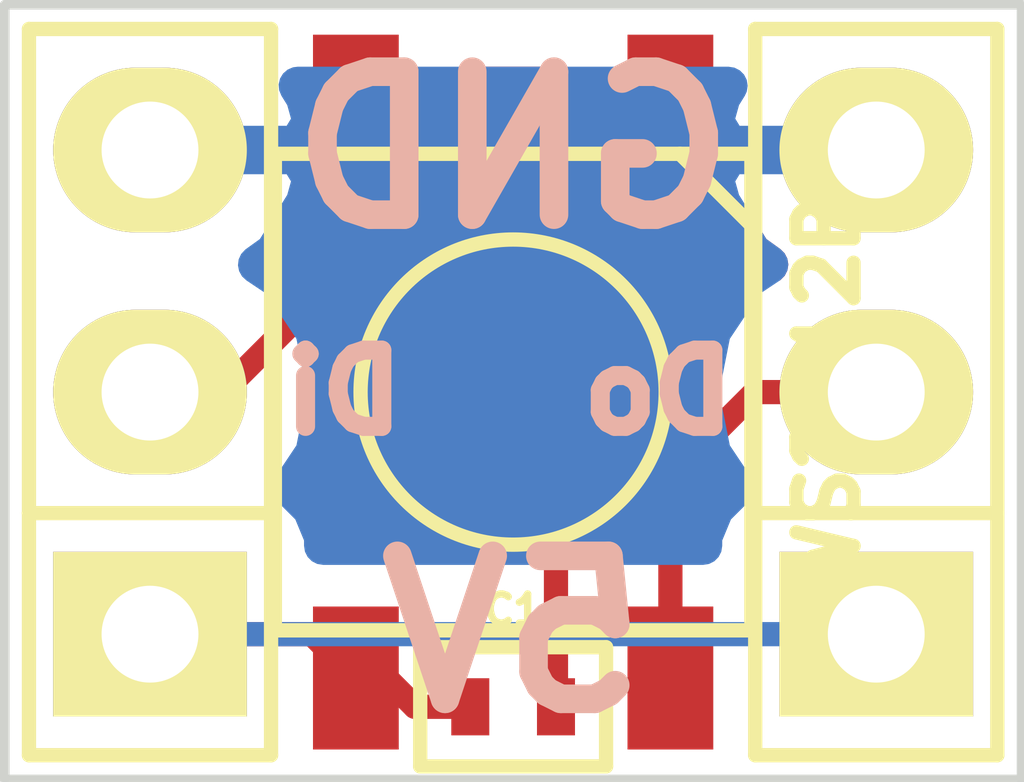
<source format=kicad_pcb>
(kicad_pcb (version 3) (host pcbnew "(2014-03-19 BZR 4756)-product")

  (general
    (links 8)
    (no_connects 0)
    (area 0 0 0 0)
    (thickness 1.6)
    (drawings 10)
    (tracks 20)
    (zones 0)
    (modules 4)
    (nets 5)
  )

  (page A4)
  (layers
    (15 F.Cu signal)
    (0 B.Cu signal)
    (16 B.Adhes user)
    (17 F.Adhes user)
    (18 B.Paste user)
    (19 F.Paste user)
    (20 B.SilkS user)
    (21 F.SilkS user)
    (22 B.Mask user)
    (23 F.Mask user)
    (24 Dwgs.User user)
    (25 Cmts.User user)
    (26 Eco1.User user)
    (27 Eco2.User user)
    (28 Edge.Cuts user)
  )

  (setup
    (last_trace_width 0.254)
    (trace_clearance 0.254)
    (zone_clearance 0.6)
    (zone_45_only no)
    (trace_min 0.254)
    (segment_width 0.2)
    (edge_width 0.1)
    (via_size 0.889)
    (via_drill 0.635)
    (via_min_size 0.889)
    (via_min_drill 0.508)
    (uvia_size 0.508)
    (uvia_drill 0.127)
    (uvias_allowed no)
    (uvia_min_size 0.508)
    (uvia_min_drill 0.127)
    (pcb_text_width 0.3)
    (pcb_text_size 1.5 1.5)
    (mod_edge_width 0.15)
    (mod_text_size 1 1)
    (mod_text_width 0.15)
    (pad_size 1.5 0.9)
    (pad_drill 0)
    (pad_to_mask_clearance 0)
    (aux_axis_origin 0 0)
    (visible_elements FFFFFF7F)
    (pcbplotparams
      (layerselection 3178497)
      (usegerberextensions true)
      (excludeedgelayer true)
      (linewidth 0.150000)
      (plotframeref false)
      (viasonmask false)
      (mode 1)
      (useauxorigin false)
      (hpglpennumber 1)
      (hpglpenspeed 20)
      (hpglpendiameter 15)
      (hpglpenoverlay 2)
      (psnegative false)
      (psa4output false)
      (plotreference true)
      (plotvalue true)
      (plotothertext true)
      (plotinvisibletext false)
      (padsonsilk false)
      (subtractmaskfromsilk false)
      (outputformat 1)
      (mirror false)
      (drillshape 1)
      (scaleselection 1)
      (outputdirectory ""))
  )

  (net 0 "")
  (net 1 +5V)
  (net 2 GND)
  (net 3 /Di)
  (net 4 /Do)

  (net_class Default "This is the default net class."
    (clearance 0.254)
    (trace_width 0.254)
    (via_dia 0.889)
    (via_drill 0.635)
    (uvia_dia 0.508)
    (uvia_drill 0.127)
    (add_net +5V)
    (add_net /Di)
    (add_net /Do)
    (add_net GND)
  )

  (module 10to7_sm_standard:SM0402 (layer F.Cu) (tedit 544C288A) (tstamp 544C2C54)
    (at 140.97 104.902)
    (path /544C1A4C)
    (attr smd)
    (fp_text reference C1 (at 0 -1.016) (layer F.SilkS)
      (effects (font (size 0.3048 0.3048) (thickness 0.0762)))
    )
    (fp_text value 0.1uF (at 0 -0.9) (layer F.SilkS) hide
      (effects (font (size 0.3048 0.3048) (thickness 0.0762)))
    )
    (fp_line (start -0.975 0.625) (end 0.975 0.625) (layer F.SilkS) (width 0.15))
    (fp_line (start 0.975 0.625) (end 0.975 -0.625) (layer F.SilkS) (width 0.15))
    (fp_line (start 0.975 -0.625) (end -0.975 -0.625) (layer F.SilkS) (width 0.15))
    (fp_line (start -0.975 -0.625) (end -0.975 0.625) (layer F.SilkS) (width 0.15))
    (pad 1 smd rect (at -0.44958 0) (size 0.39878 0.59944) (layers F.Cu F.Paste F.Mask)
      (net 1 +5V))
    (pad 2 smd rect (at 0.44958 0) (size 0.39878 0.59944) (layers F.Cu F.Paste F.Mask)
      (net 2 GND))
    (model smd\chip_cms.wrl
      (at (xyz 0 0 0.002))
      (scale (xyz 0.05 0.05 0.05))
      (rotate (xyz 0 0 0))
    )
  )

  (module Pin_Headers:Pin_Header_Straight_1x03 (layer F.Cu) (tedit 544C2623) (tstamp 544C2C62)
    (at 137.16 101.6 90)
    (descr "Through hole pin header")
    (tags "pin header")
    (path /544C1B92)
    (fp_text reference K1 (at 0 -2.286 90) (layer F.SilkS) hide
      (effects (font (size 1.27 1.27) (thickness 0.2032)))
    )
    (fp_text value CONN_3 (at 0 0 90) (layer F.SilkS) hide
      (effects (font (size 1.27 1.27) (thickness 0.2032)))
    )
    (fp_line (start -1.27 1.27) (end 3.81 1.27) (layer F.SilkS) (width 0.15))
    (fp_line (start 3.81 1.27) (end 3.81 -1.27) (layer F.SilkS) (width 0.15))
    (fp_line (start 3.81 -1.27) (end -1.27 -1.27) (layer F.SilkS) (width 0.15))
    (fp_line (start -3.81 -1.27) (end -1.27 -1.27) (layer F.SilkS) (width 0.15))
    (fp_line (start -1.27 -1.27) (end -1.27 1.27) (layer F.SilkS) (width 0.15))
    (fp_line (start -3.81 -1.27) (end -3.81 1.27) (layer F.SilkS) (width 0.15))
    (fp_line (start -3.81 1.27) (end -1.27 1.27) (layer F.SilkS) (width 0.15))
    (pad 1 thru_hole rect (at -2.54 0 90) (size 1.7272 2.032) (drill 1.016) (layers *.Cu *.Mask F.SilkS)
      (net 1 +5V))
    (pad 2 thru_hole oval (at 0 0 90) (size 1.7272 2.032) (drill 1.016) (layers *.Cu *.Mask F.SilkS)
      (net 3 /Di))
    (pad 3 thru_hole oval (at 2.54 0 90) (size 1.7272 2.032) (drill 1.016) (layers *.Cu *.Mask F.SilkS)
      (net 2 GND))
    (model Pin_Headers/Pin_Header_Straight_1x03.wrl
      (at (xyz 0 0 0))
      (scale (xyz 1 1 1))
      (rotate (xyz 0 0 0))
    )
  )

  (module Pin_Headers:Pin_Header_Straight_1x03 (layer F.Cu) (tedit 544C262B) (tstamp 544C2C70)
    (at 144.78 101.6 90)
    (descr "Through hole pin header")
    (tags "pin header")
    (path /544C1BA6)
    (fp_text reference K2 (at 0 -2.286 90) (layer F.SilkS) hide
      (effects (font (size 1.27 1.27) (thickness 0.2032)))
    )
    (fp_text value CONN_3 (at 0 0 90) (layer F.SilkS) hide
      (effects (font (size 1.27 1.27) (thickness 0.2032)))
    )
    (fp_line (start -1.27 1.27) (end 3.81 1.27) (layer F.SilkS) (width 0.15))
    (fp_line (start 3.81 1.27) (end 3.81 -1.27) (layer F.SilkS) (width 0.15))
    (fp_line (start 3.81 -1.27) (end -1.27 -1.27) (layer F.SilkS) (width 0.15))
    (fp_line (start -3.81 -1.27) (end -1.27 -1.27) (layer F.SilkS) (width 0.15))
    (fp_line (start -1.27 -1.27) (end -1.27 1.27) (layer F.SilkS) (width 0.15))
    (fp_line (start -3.81 -1.27) (end -3.81 1.27) (layer F.SilkS) (width 0.15))
    (fp_line (start -3.81 1.27) (end -1.27 1.27) (layer F.SilkS) (width 0.15))
    (pad 1 thru_hole rect (at -2.54 0 90) (size 1.7272 2.032) (drill 1.016) (layers *.Cu *.Mask F.SilkS)
      (net 1 +5V))
    (pad 2 thru_hole oval (at 0 0 90) (size 1.7272 2.032) (drill 1.016) (layers *.Cu *.Mask F.SilkS)
      (net 4 /Do))
    (pad 3 thru_hole oval (at 2.54 0 90) (size 1.7272 2.032) (drill 1.016) (layers *.Cu *.Mask F.SilkS)
      (net 2 GND))
    (model Pin_Headers/Pin_Header_Straight_1x03.wrl
      (at (xyz 0 0 0))
      (scale (xyz 1 1 1))
      (rotate (xyz 0 0 0))
    )
  )

  (module 10to7_sm_standard:SM5050_4pin (layer F.Cu) (tedit 544C265E) (tstamp 544C2C7E)
    (at 140.97 101.6 90)
    (path /544C1A10)
    (fp_text reference U1 (at 0 -3.75 90) (layer F.SilkS) hide
      (effects (font (size 1 1) (thickness 0.15)))
    )
    (fp_text value WS2812B (at 0 3.302 90) (layer F.SilkS)
      (effects (font (size 0.6 0.6) (thickness 0.15)))
    )
    (fp_circle (center 0 0) (end 1 -1.25) (layer F.SilkS) (width 0.15))
    (fp_line (start 1.75 2.5) (end 2.5 1.75) (layer F.SilkS) (width 0.15))
    (fp_line (start -2.5 -2.5) (end 2.5 -2.5) (layer F.SilkS) (width 0.15))
    (fp_line (start 2.5 -2.5) (end 2.5 2.5) (layer F.SilkS) (width 0.15))
    (fp_line (start 2.5 2.5) (end -2.5 2.5) (layer F.SilkS) (width 0.15))
    (fp_line (start -2.5 2.5) (end -2.5 -2.5) (layer F.SilkS) (width 0.15))
    (pad 1 smd rect (at -3 -1.65 90) (size 1.5 0.9) (layers F.Cu F.Paste F.Mask)
      (net 1 +5V))
    (pad 2 smd rect (at -3 1.65 90) (size 1.5 0.9) (layers F.Cu F.Paste F.Mask)
      (net 4 /Do))
    (pad 3 smd rect (at 3 1.65 90) (size 1.5 0.9) (layers F.Cu F.Paste F.Mask)
      (net 2 GND))
    (pad 4 smd rect (at 3 -1.65 90) (size 1.5 0.9) (layers F.Cu F.Paste F.Mask)
      (net 3 /Di))
  )

  (gr_text 10to7.com (at 140.97 101.6) (layer F.Mask)
    (effects (font (size 0.5 0.5) (thickness 0.125)))
  )
  (gr_text 10to7.com (at 140.97 101.6) (layer F.Cu)
    (effects (font (size 0.5 0.5) (thickness 0.125)))
  )
  (gr_text Do (at 142.494 101.6) (layer B.SilkS)
    (effects (font (size 0.8 0.8) (thickness 0.2)) (justify mirror))
  )
  (gr_text Di (at 139.192 101.6) (layer B.SilkS)
    (effects (font (size 0.8 0.8) (thickness 0.2)) (justify mirror))
  )
  (gr_text GND (at 140.97 99.06) (layer B.SilkS)
    (effects (font (size 1.5 1.5) (thickness 0.3)) (justify mirror))
  )
  (gr_text 5V (at 140.97 104.14) (layer B.SilkS)
    (effects (font (size 1.5 1.5) (thickness 0.3)) (justify mirror))
  )
  (gr_line (start 135.636 105.664) (end 135.636 97.536) (angle 90) (layer Edge.Cuts) (width 0.1))
  (gr_line (start 146.304 105.664) (end 135.636 105.664) (angle 90) (layer Edge.Cuts) (width 0.1))
  (gr_line (start 146.304 97.536) (end 146.304 105.664) (angle 90) (layer Edge.Cuts) (width 0.1))
  (gr_line (start 135.636 97.536) (end 146.304 97.536) (angle 90) (layer Edge.Cuts) (width 0.1))

  (segment (start 137.16 104.14) (end 138.86 104.14) (width 0.254) (layer F.Cu) (net 1))
  (segment (start 138.86 104.14) (end 139.32 104.6) (width 0.254) (layer F.Cu) (net 1) (tstamp 544C2E2A))
  (segment (start 139.6377 104.6) (end 139.9397 104.902) (width 0.254) (layer F.Cu) (net 1))
  (segment (start 139.32 104.6) (end 139.6377 104.6) (width 0.254) (layer F.Cu) (net 1))
  (segment (start 140.5204 104.902) (end 139.9397 104.902) (width 0.254) (layer F.Cu) (net 1))
  (segment (start 144.78 104.14) (end 137.16 104.14) (width 0.254) (layer B.Cu) (net 1))
  (segment (start 144.78 99.06) (end 143.3827 99.06) (width 0.254) (layer F.Cu) (net 2))
  (segment (start 142.62 98.6) (end 142.62 99.1656) (width 0.254) (layer F.Cu) (net 2))
  (segment (start 143.2769 99.1658) (end 143.3827 99.06) (width 0.254) (layer F.Cu) (net 2))
  (segment (start 142.6202 99.1658) (end 143.2769 99.1658) (width 0.254) (layer F.Cu) (net 2))
  (segment (start 142.62 99.1656) (end 142.6202 99.1658) (width 0.254) (layer F.Cu) (net 2))
  (segment (start 141.4196 100.3664) (end 141.4196 104.902) (width 0.254) (layer F.Cu) (net 2))
  (segment (start 142.6202 99.1658) (end 141.4196 100.3664) (width 0.254) (layer F.Cu) (net 2))
  (segment (start 137.16 99.06) (end 144.78 99.06) (width 0.254) (layer B.Cu) (net 2))
  (segment (start 137.16 101.6) (end 137.922 101.6) (width 0.254) (layer F.Cu) (net 3))
  (segment (start 137.922 101.6) (end 139.32 100.202) (width 0.254) (layer F.Cu) (net 3) (tstamp 544C2E2D))
  (segment (start 139.32 100.202) (end 139.32 98.6) (width 0.254) (layer F.Cu) (net 3) (tstamp 544C2E2E))
  (segment (start 142.62 104.6) (end 142.62 102.49) (width 0.254) (layer F.Cu) (net 4))
  (segment (start 143.51 101.6) (end 144.78 101.6) (width 0.254) (layer F.Cu) (net 4) (tstamp 544C2E33))
  (segment (start 142.62 102.49) (end 143.51 101.6) (width 0.254) (layer F.Cu) (net 4) (tstamp 544C2E32))

  (zone (net 2) (net_name GND) (layer F.Cu) (tstamp 544C2E26) (hatch edge 0.508)
    (connect_pads (clearance 0.6))
    (min_thickness 0.4)
    (fill (arc_segments 16) (thermal_gap 0.508) (thermal_bridge_width 0.508))
    (polygon
      (pts
        (xy 146.304 105.664) (xy 135.636 105.664) (xy 135.636 97.536) (xy 146.304 97.536)
      )
    )
    (filled_polygon
      (pts
        (xy 137.234 99.114) (xy 137.214 99.114) (xy 137.214 99.134) (xy 137.106 99.134) (xy 137.106 99.114)
        (xy 137.086 99.114) (xy 137.086 99.006) (xy 137.106 99.006) (xy 137.106 98.986) (xy 137.214 98.986)
        (xy 137.214 99.006) (xy 137.234 99.006) (xy 137.234 99.114)
      )
    )
    (filled_polygon
      (pts
        (xy 143.657496 100.262079) (xy 143.656867 100.2625) (xy 142.566 100.2625) (xy 142.566 99.881) (xy 142.566 98.654)
        (xy 141.639 98.654) (xy 141.462 98.831) (xy 141.462 99.49083) (xy 141.569787 99.75105) (xy 141.76895 99.950213)
        (xy 142.02917 100.058) (xy 142.31083 100.058) (xy 142.389 100.058) (xy 142.566 99.881) (xy 142.566 100.2625)
        (xy 140.234965 100.2625) (xy 140.247 100.202) (xy 140.247 100.004371) (xy 140.448207 99.803164) (xy 140.57 99.50913)
        (xy 140.57 99.19087) (xy 140.57 98.386) (xy 141.479 98.386) (xy 141.639 98.546) (xy 142.566 98.546)
        (xy 142.566 98.526) (xy 142.674 98.526) (xy 142.674 98.546) (xy 142.694 98.546) (xy 142.694 98.654)
        (xy 142.674 98.654) (xy 142.674 99.881) (xy 142.851 100.058) (xy 142.92917 100.058) (xy 143.21083 100.058)
        (xy 143.386506 99.985232) (xy 143.478127 100.133105) (xy 143.657496 100.262079)
      )
    )
    (filled_polygon
      (pts
        (xy 144.854 99.114) (xy 144.834 99.114) (xy 144.834 99.134) (xy 144.726 99.134) (xy 144.726 99.114)
        (xy 144.706 99.114) (xy 144.706 99.006) (xy 144.726 99.006) (xy 144.726 98.986) (xy 144.834 98.986)
        (xy 144.834 99.006) (xy 144.854 99.006) (xy 144.854 99.114)
      )
    )
  )
  (zone (net 2) (net_name GND) (layer B.Cu) (tstamp 544C2E27) (hatch edge 0.508)
    (connect_pads (clearance 0.6))
    (min_thickness 0.4)
    (fill (arc_segments 16) (thermal_gap 0.508) (thermal_bridge_width 0.508))
    (polygon
      (pts
        (xy 135.636 97.536) (xy 146.304 97.536) (xy 146.304 105.664) (xy 135.89 105.664) (xy 135.636 105.664)
      )
    )
    (filled_polygon
      (pts
        (xy 144.854 99.114) (xy 144.834 99.114) (xy 144.834 99.134) (xy 144.726 99.134) (xy 144.726 99.114)
        (xy 143.234046 99.114) (xy 143.084713 99.359042) (xy 143.154966 99.611535) (xy 143.478127 100.133105) (xy 143.657496 100.262079)
        (xy 143.415679 100.423657) (xy 143.055056 100.963368) (xy 142.928422 101.6) (xy 143.055056 102.236632) (xy 143.302327 102.606701)
        (xy 143.085793 102.823236) (xy 142.964 103.11727) (xy 142.964 103.213) (xy 138.976 103.213) (xy 138.976 103.11727)
        (xy 138.854207 102.823236) (xy 138.637672 102.606701) (xy 138.884944 102.236632) (xy 139.011578 101.6) (xy 138.884944 100.963368)
        (xy 138.524321 100.423657) (xy 138.282503 100.262079) (xy 138.461873 100.133105) (xy 138.785034 99.611535) (xy 138.855287 99.359042)
        (xy 138.705954 99.114) (xy 137.214 99.114) (xy 137.214 99.134) (xy 137.106 99.134) (xy 137.106 99.114)
        (xy 137.086 99.114) (xy 137.086 99.006) (xy 137.106 99.006) (xy 137.106 98.986) (xy 137.214 98.986)
        (xy 137.214 99.006) (xy 138.705954 99.006) (xy 138.855287 98.760958) (xy 138.785034 98.508465) (xy 138.709155 98.386)
        (xy 143.230844 98.386) (xy 143.154966 98.508465) (xy 143.084713 98.760958) (xy 143.234046 99.006) (xy 144.726 99.006)
        (xy 144.726 98.986) (xy 144.834 98.986) (xy 144.834 99.006) (xy 144.854 99.006) (xy 144.854 99.114)
      )
    )
  )
)

</source>
